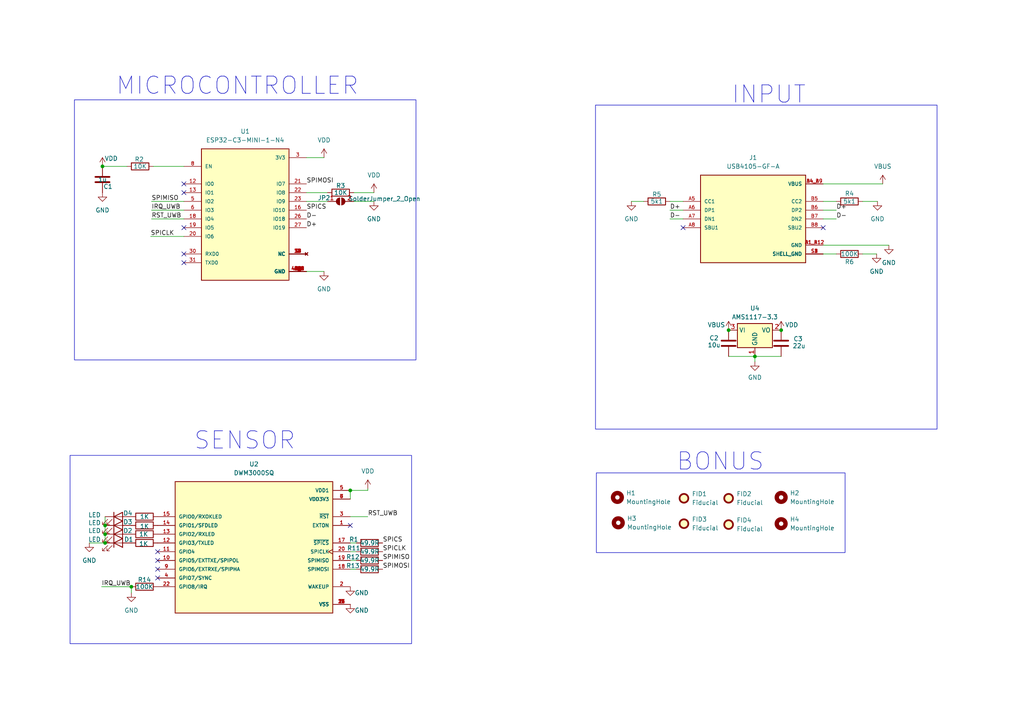
<source format=kicad_sch>
(kicad_sch (version 20230121) (generator eeschema)
  (paper "A4")
  (title_block (title "AirPark") (date "2023-08-27") (rev "1.0") (company "Ben Stirling"))
  (lib_symbols
    (symbol "DWM3000SQ:DWM3000SQ" (pin_names (offset 1.016))
      (property "Reference" "U" (at -22.86 18.542 0))
      (property "Value" "DWM3000SQ" (at -22.86 -22.86 0))
      (symbol "DWM3000SQ_0_0"
        (rectangle (start -22.86 -20.32) (end 22.86 17.78) (stroke (width 0.254)) (fill (type background)))
        (pin output line (at 27.94 5.08 180) (length 5.08) (name "EXTON") (number "1"))
        (pin bidirectional line (at -27.94 -5.08 0) (length 5.08) (name "GPIO5/EXTTXE/SPIPOL") (number "10"))
        (pin bidirectional line (at -27.94 -2.54 0) (length 5.08) (name "GPIO4") (number "11"))
        (pin bidirectional line (at -27.94 0 0) (length 5.08) (name "GPIO3/TXLED") (number "12"))
        (pin bidirectional line (at -27.94 2.54 0) (length 5.08) (name "GPIO2/RXLED") (number "13"))
        (pin bidirectional line (at -27.94 5.08 0) (length 5.08) (name "GPIO1/SFDLED") (number "14"))
        (pin bidirectional line (at -27.94 7.62 0) (length 5.08) (name "GPIO0/RXOKLED") (number "15"))
        (pin power_in line (at 27.94 -17.78 180) (length 5.08) (name "VSS") (number "16"))
        (pin input line (at 27.94 0 180) (length 5.08) (name "~{SPICS}") (number "17"))
        (pin input line (at 27.94 -7.62 180) (length 5.08) (name "SPIMOSI") (number "18"))
        (pin output line (at 27.94 -5.08 180) (length 5.08) (name "SPIMISO") (number "19"))
        (pin bidirectional line (at 27.94 -12.7 180) (length 5.08) (name "WAKEUP") (number "2"))
        (pin input clock (at 27.94 -2.54 180) (length 5.08) (name "SPICLK") (number "20"))
        (pin power_in line (at 27.94 -17.78 180) (length 5.08) (name "VSS") (number "21"))
        (pin bidirectional line (at -27.94 -12.7 0) (length 5.08) (name "GPIO8/IRQ") (number "22"))
        (pin power_in line (at 27.94 -17.78 180) (length 5.08) (name "VSS") (number "23"))
        (pin power_in line (at 27.94 -17.78 180) (length 5.08) (name "VSS") (number "24"))
        (pin output line (at 27.94 7.62 180) (length 5.08) (name "~{RST}") (number "3"))
        (pin bidirectional line (at -27.94 -10.16 0) (length 5.08) (name "GPIO7/SYNC") (number "4"))
        (pin power_in line (at 27.94 15.24 180) (length 5.08) (name "VDD1") (number "5"))
        (pin power_in line (at 27.94 12.7 180) (length 5.08) (name "VDD3V3") (number "6"))
        (pin power_in line (at 27.94 12.7 180) (length 5.08) (name "VDD3V3") (number "7"))
        (pin power_in line (at 27.94 -17.78 180) (length 5.08) (name "VSS") (number "8"))
        (pin bidirectional line (at -27.94 -7.62 0) (length 5.08) (name "GPIO6/EXTRXE/SPIPHA") (number "9"))
      )
    )
    (symbol "Device:C" (pin_numbers hide) (pin_names (offset 0.254))
      (property "Reference" "C" (at 0.635 2.54 0))
      (property "Value" "C" (at 0.635 -2.54 0))
      (symbol "C_0_1"
        (polyline (pts (xy -2.032 -0.762) (xy 2.032 -0.762)) (stroke (width 0.508)))
        (polyline (pts (xy -2.032 0.762) (xy 2.032 0.762)) (stroke (width 0.508)))
      )
      (symbol "C_1_1"
        (pin passive line (at 0 3.81 270) (length 2.794) (name "~") (number "1"))
        (pin passive line (at 0 -3.81 90) (length 2.794) (name "~") (number "2"))
      )
    )
    (symbol "Device:LED" (pin_numbers hide) (pin_names (offset 1.016) hide)
      (property "Reference" "D" (at 0 2.54 0))
      (property "Value" "LED" (at 0 -2.54 0))
      (symbol "LED_0_1"
        (polyline (pts (xy -1.27 -1.27) (xy -1.27 1.27)) (stroke (width 0.254)))
        (polyline (pts (xy -1.27 0) (xy 1.27 0)))
        (polyline (pts (xy 1.27 -1.27) (xy 1.27 1.27) (xy -1.27 0) (xy 1.27 -1.27)) (stroke (width 0.254)))
        (polyline (pts (xy -3.048 -0.762) (xy -4.572 -2.286) (xy -3.81 -2.286) (xy -4.572 -2.286) (xy -4.572 -1.524)))
        (polyline (pts (xy -1.778 -0.762) (xy -3.302 -2.286) (xy -2.54 -2.286) (xy -3.302 -2.286) (xy -3.302 -1.524)))
      )
      (symbol "LED_1_1"
        (pin passive line (at -3.81 0 0) (length 2.54) (name "K") (number "1"))
        (pin passive line (at 3.81 0 180) (length 2.54) (name "A") (number "2"))
      )
    )
    (symbol "Device:R" (pin_numbers hide) (pin_names (offset 0))
      (property "Reference" "R" (at 2.032 0 90))
      (property "Value" "R" (at 0 0 90))
      (symbol "R_0_1"
        (rectangle (start -1.016 -2.54) (end 1.016 2.54) (stroke (width 0.254)))
      )
      (symbol "R_1_1"
        (pin passive line (at 0 3.81 270) (length 1.27) (name "~") (number "1"))
        (pin passive line (at 0 -3.81 90) (length 1.27) (name "~") (number "2"))
      )
    )
    (symbol "ESP32-C3-MINI-1-N4:ESP32-C3-MINI-1-N4" (pin_names (offset 1.016))
      (property "Reference" "U" (at -12.7 18.796 0))
      (property "Value" "ESP32-C3-MINI-1-N4" (at -12.7 -22.86 0))
      (symbol "ESP32-C3-MINI-1-N4_0_0"
        (rectangle (start -12.7 -20.32) (end 12.7 17.78) (stroke (width 0.254)) (fill (type background)))
        (pin power_in line (at 17.78 -17.78 180) (length 5.08) (name "GND") (number "1"))
        (pin no_connect line (at 17.78 -12.7 180) (length 5.08) (name "NC") (number "10"))
        (pin power_in line (at 17.78 -17.78 180) (length 5.08) (name "GND") (number "11"))
        (pin bidirectional line (at -17.78 7.62 0) (length 5.08) (name "IO0") (number "12"))
        (pin bidirectional line (at -17.78 5.08 0) (length 5.08) (name "IO1") (number "13"))
        (pin power_in line (at 17.78 -17.78 180) (length 5.08) (name "GND") (number "14"))
        (pin no_connect line (at 17.78 -12.7 180) (length 5.08) (name "NC") (number "15"))
        (pin bidirectional line (at 17.78 0 180) (length 5.08) (name "IO10") (number "16"))
        (pin no_connect line (at 17.78 -12.7 180) (length 5.08) (name "NC") (number "17"))
        (pin bidirectional line (at -17.78 -2.54 0) (length 5.08) (name "IO4") (number "18"))
        (pin bidirectional line (at -17.78 -5.08 0) (length 5.08) (name "IO5") (number "19"))
        (pin power_in line (at 17.78 -17.78 180) (length 5.08) (name "GND") (number "2"))
        (pin bidirectional line (at -17.78 -7.62 0) (length 5.08) (name "IO6") (number "20"))
        (pin bidirectional line (at 17.78 7.62 180) (length 5.08) (name "IO7") (number "21"))
        (pin bidirectional line (at 17.78 5.08 180) (length 5.08) (name "IO8") (number "22"))
        (pin bidirectional line (at 17.78 2.54 180) (length 5.08) (name "IO9") (number "23"))
        (pin no_connect line (at 17.78 -12.7 180) (length 5.08) (name "NC") (number "24"))
        (pin no_connect line (at 17.78 -12.7 180) (length 5.08) (name "NC") (number "25"))
        (pin bidirectional line (at 17.78 -2.54 180) (length 5.08) (name "IO18") (number "26"))
        (pin bidirectional line (at 17.78 -5.08 180) (length 5.08) (name "IO19") (number "27"))
        (pin no_connect line (at 17.78 -12.7 180) (length 5.08) (name "NC") (number "28"))
        (pin no_connect line (at 17.78 -12.7 180) (length 5.08) (name "NC") (number "29"))
        (pin power_in line (at 17.78 15.24 180) (length 5.08) (name "3V3") (number "3"))
        (pin bidirectional line (at -17.78 -12.7 0) (length 5.08) (name "RXD0") (number "30"))
        (pin bidirectional line (at -17.78 -15.24 0) (length 5.08) (name "TXD0") (number "31"))
        (pin no_connect line (at 17.78 -12.7 180) (length 5.08) (name "NC") (number "32"))
        (pin no_connect line (at 17.78 -12.7 180) (length 5.08) (name "NC") (number "33"))
        (pin no_connect line (at 17.78 -12.7 180) (length 5.08) (name "NC") (number "34"))
        (pin no_connect line (at 17.78 -12.7 180) (length 5.08) (name "NC") (number "35"))
        (pin power_in line (at 17.78 -17.78 180) (length 5.08) (name "GND") (number "36"))
        (pin power_in line (at 17.78 -17.78 180) (length 5.08) (name "GND") (number "37"))
        (pin power_in line (at 17.78 -17.78 180) (length 5.08) (name "GND") (number "38"))
        (pin power_in line (at 17.78 -17.78 180) (length 5.08) (name "GND") (number "39"))
        (pin no_connect line (at 17.78 -12.7 180) (length 5.08) (name "NC") (number "4"))
        (pin power_in line (at 17.78 -17.78 180) (length 5.08) (name "GND") (number "40"))
        (pin power_in line (at 17.78 -17.78 180) (length 5.08) (name "GND") (number "41"))
        (pin power_in line (at 17.78 -17.78 180) (length 5.08) (name "GND") (number "42"))
        (pin power_in line (at 17.78 -17.78 180) (length 5.08) (name "GND") (number "43"))
        (pin power_in line (at 17.78 -17.78 180) (length 5.08) (name "GND") (number "44"))
        (pin power_in line (at 17.78 -17.78 180) (length 5.08) (name "GND") (number "45"))
        (pin power_in line (at 17.78 -17.78 180) (length 5.08) (name "GND") (number "46"))
        (pin power_in line (at 17.78 -17.78 180) (length 5.08) (name "GND") (number "47"))
        (pin power_in line (at 17.78 -17.78 180) (length 5.08) (name "GND") (number "48"))
        (pin power_in line (at 17.78 -17.78 180) (length 5.08) (name "GND") (number "49_1"))
        (pin power_in line (at 17.78 -17.78 180) (length 5.08) (name "GND") (number "49_2"))
        (pin power_in line (at 17.78 -17.78 180) (length 5.08) (name "GND") (number "49_3"))
        (pin power_in line (at 17.78 -17.78 180) (length 5.08) (name "GND") (number "49_4"))
        (pin power_in line (at 17.78 -17.78 180) (length 5.08) (name "GND") (number "49_5"))
        (pin power_in line (at 17.78 -17.78 180) (length 5.08) (name "GND") (number "49_6"))
        (pin power_in line (at 17.78 -17.78 180) (length 5.08) (name "GND") (number "49_7"))
        (pin power_in line (at 17.78 -17.78 180) (length 5.08) (name "GND") (number "49_8"))
        (pin power_in line (at 17.78 -17.78 180) (length 5.08) (name "GND") (number "49_9"))
        (pin bidirectional line (at -17.78 2.54 0) (length 5.08) (name "IO2") (number "5"))
        (pin power_in line (at 17.78 -17.78 180) (length 5.08) (name "GND") (number "50"))
        (pin power_in line (at 17.78 -17.78 180) (length 5.08) (name "GND") (number "51"))
        (pin power_in line (at 17.78 -17.78 180) (length 5.08) (name "GND") (number "52"))
        (pin power_in line (at 17.78 -17.78 180) (length 5.08) (name "GND") (number "53"))
        (pin bidirectional line (at -17.78 0 0) (length 5.08) (name "IO3") (number "6"))
        (pin no_connect line (at 17.78 -12.7 180) (length 5.08) (name "NC") (number "7"))
        (pin input line (at -17.78 12.7 0) (length 5.08) (name "EN") (number "8"))
        (pin no_connect line (at 17.78 -12.7 180) (length 5.08) (name "NC") (number "9"))
      )
    )
    (symbol "Jumper:SolderJumper_2_Open" (pin_names (offset 0) hide)
      (property "Reference" "JP" (at 0 2.032 0))
      (property "Value" "SolderJumper_2_Open" (at 0 -2.54 0))
      (symbol "SolderJumper_2_Open_0_1"
        (arc (start -0.254 1.016) (mid -1.2656 0) (end -0.254 -1.016))
        (arc (start -0.254 1.016) (mid -1.2656 0) (end -0.254 -1.016) (fill (type outline)))
        (polyline (pts (xy -0.254 1.016) (xy -0.254 -1.016)))
        (polyline (pts (xy 0.254 1.016) (xy 0.254 -1.016)))
        (arc (start 0.254 -1.016) (mid 1.2656 0) (end 0.254 1.016))
        (arc (start 0.254 -1.016) (mid 1.2656 0) (end 0.254 1.016) (fill (type outline)))
      )
      (symbol "SolderJumper_2_Open_1_1"
        (pin passive line (at -3.81 0 0) (length 2.54) (name "A") (number "1"))
        (pin passive line (at 3.81 0 180) (length 2.54) (name "B") (number "2"))
      )
    )
    (symbol "Mechanical:Fiducial"
      (property "Reference" "FID" (at 0 5.08 0))
      (property "Value" "Fiducial" (at 0 3.175 0))
      (symbol "Fiducial_0_1"
        (circle (center 0 0) (radius 1.27) (stroke (width 0.508)) (fill (type background)))
      )
    )
    (symbol "Mechanical:MountingHole" (pin_names (offset 1.016))
      (property "Reference" "H" (at 0 5.08 0))
      (property "Value" "MountingHole" (at 0 3.175 0))
      (symbol "MountingHole_0_1"
        (circle (center 0 0) (radius 1.27) (stroke (width 1.27)))
      )
    )
    (symbol "Regulator_Linear:AMS1117-3.3"
      (property "Reference" "U" (at -3.81 3.175 0))
      (property "Value" "AMS1117-3.3" (at 0 3.175 0))
      (symbol "AMS1117-3.3_0_1"
        (rectangle (start -5.08 -5.08) (end 5.08 1.905) (stroke (width 0.254)) (fill (type background)))
      )
      (symbol "AMS1117-3.3_1_1"
        (pin power_in line (at 0 -7.62 90) (length 2.54) (name "GND") (number "1"))
        (pin power_out line (at 7.62 0 180) (length 2.54) (name "VO") (number "2"))
        (pin power_in line (at -7.62 0 0) (length 2.54) (name "VI") (number "3"))
      )
    )
    (symbol "USB4105-GF-A:USB4105-GF-A" (pin_names (offset 1.016))
      (property "Reference" "J" (at -15.24 13.97 0))
      (property "Value" "USB4105-GF-A" (at -15.24 -15.24 0))
      (symbol "USB4105-GF-A_0_0"
        (rectangle (start -15.24 -12.7) (end 15.24 12.7) (stroke (width 0.254)) (fill (type background)))
        (pin power_in line (at 20.32 -7.62 180) (length 5.08) (name "GND") (number "A1_B12"))
        (pin power_in line (at 20.32 10.16 180) (length 5.08) (name "VBUS") (number "A4_B9"))
        (pin bidirectional line (at -20.32 5.08 0) (length 5.08) (name "CC1") (number "A5"))
        (pin bidirectional line (at -20.32 2.54 0) (length 5.08) (name "DP1") (number "A6"))
        (pin bidirectional line (at -20.32 0 0) (length 5.08) (name "DN1") (number "A7"))
        (pin bidirectional line (at -20.32 -2.54 0) (length 5.08) (name "SBU1") (number "A8"))
        (pin power_in line (at 20.32 -7.62 180) (length 5.08) (name "GND") (number "B1_A12"))
        (pin power_in line (at 20.32 10.16 180) (length 5.08) (name "VBUS") (number "B4_A9"))
        (pin bidirectional line (at 20.32 5.08 180) (length 5.08) (name "CC2") (number "B5"))
        (pin bidirectional line (at 20.32 2.54 180) (length 5.08) (name "DP2") (number "B6"))
        (pin bidirectional line (at 20.32 0 180) (length 5.08) (name "DN2") (number "B7"))
        (pin bidirectional line (at 20.32 -2.54 180) (length 5.08) (name "SBU2") (number "B8"))
        (pin power_in line (at 20.32 -10.16 180) (length 5.08) (name "SHELL_GND") (number "S1"))
        (pin power_in line (at 20.32 -10.16 180) (length 5.08) (name "SHELL_GND") (number "S2"))
        (pin power_in line (at 20.32 -10.16 180) (length 5.08) (name "SHELL_GND") (number "S3"))
        (pin power_in line (at 20.32 -10.16 180) (length 5.08) (name "SHELL_GND") (number "S4"))
      )
    )
    (symbol "power:GND" (power) (pin_names (offset 0))
      (property "Value" "GND" (at 0 -3.81 0))
      (symbol "GND_0_1"
        (polyline (pts (xy 0 0) (xy 0 -1.27) (xy 1.27 -1.27) (xy 0 -2.54) (xy -1.27 -1.27) (xy 0 -1.27)))
      )
      (symbol "GND_1_1"
        (pin power_in line (at 0 0 270) (length 0) hide (name "GND") (number "1"))
      )
    )
    (symbol "power:VBUS" (power) (pin_names (offset 0))
      (property "Value" "VBUS" (at 0 3.81 0))
      (symbol "VBUS_0_1"
        (polyline (pts (xy -0.762 1.27) (xy 0 2.54)))
        (polyline (pts (xy 0 0) (xy 0 2.54)))
        (polyline (pts (xy 0 2.54) (xy 0.762 1.27)))
      )
      (symbol "VBUS_1_1"
        (pin power_in line (at 0 0 90) (length 0) hide (name "VBUS") (number "1"))
      )
    )
    (symbol "power:VDD" (power) (pin_names (offset 0))
      (property "Value" "VDD" (at 0 3.81 0))
      (symbol "VDD_0_1"
        (polyline (pts (xy -0.762 1.27) (xy 0 2.54)))
        (polyline (pts (xy 0 0) (xy 0 2.54)))
        (polyline (pts (xy 0 2.54) (xy 0.762 1.27)))
      )
      (symbol "VDD_1_1"
        (pin power_in line (at 0 0 90) (length 0) hide (name "VDD") (number "1"))
      )
    )
  )
  (junction (at 29.718 48.26))
  (junction (at 226.568 95.758))
  (junction (at 211.328 95.758))
  (junction (at 30.48 154.94))
  (junction (at 38.1 170.18))
  (junction (at 101.6 142.24))
  (junction (at 218.948 103.378))
  (junction (at 30.48 157.48))
  (junction (at 30.48 152.4))
  (no_connect (at 45.72 167.64))
  (no_connect (at 53.34 55.88))
  (no_connect (at 53.34 76.2))
  (no_connect (at 198.12 66.04))
  (no_connect (at 238.76 66.04))
  (no_connect (at 53.34 53.34))
  (no_connect (at 53.34 73.66))
  (no_connect (at 45.72 160.02))
  (no_connect (at 45.72 162.56))
  (no_connect (at 45.72 165.1))
  (no_connect (at 101.6 152.4))
  (no_connect (at 53.34 66.04))
  (wire (pts (xy 103.378 157.48) (xy 101.6 157.48)))
  (wire (pts (xy 101.6 142.24) (xy 101.6 144.78)))
  (wire (pts (xy 194.31 63.5) (xy 198.12 63.5)))
  (wire (pts (xy 29.464 170.18) (xy 38.1 170.18)))
  (wire (pts (xy 108.458 55.88) (xy 102.616 55.88)))
  (wire (pts (xy 254.254 73.66) (xy 250.19 73.66)))
  (wire (pts (xy 106.68 149.86) (xy 101.6 149.86)))
  (wire (pts (xy 211.328 103.378) (xy 218.948 103.378)))
  (wire (pts (xy 103.378 162.56) (xy 101.6 162.56)))
  (wire (pts (xy 257.81 71.12) (xy 238.76 71.12)))
  (wire (pts (xy 25.908 157.48) (xy 30.48 157.48)))
  (wire (pts (xy 93.98 45.72) (xy 88.9 45.72)))
  (wire (pts (xy 194.31 58.42) (xy 198.12 58.42)))
  (wire (pts (xy 38.1 171.958) (xy 38.1 170.18)))
  (wire (pts (xy 103.378 160.02) (xy 101.6 160.02)))
  (wire (pts (xy 44.45 48.26) (xy 53.34 48.26)))
  (wire (pts (xy 30.48 149.86) (xy 30.48 152.4)))
  (wire (pts (xy 43.942 60.96) (xy 53.34 60.96)))
  (wire (pts (xy 218.948 103.378) (xy 226.568 103.378)))
  (wire (pts (xy 43.942 58.42) (xy 53.34 58.42)))
  (wire (pts (xy 43.688 68.58) (xy 53.34 68.58)))
  (wire (pts (xy 194.31 60.96) (xy 198.12 60.96)))
  (wire (pts (xy 242.57 73.66) (xy 238.76 73.66)))
  (wire (pts (xy 94.996 55.88) (xy 88.9 55.88)))
  (wire (pts (xy 93.98 78.74) (xy 88.9 78.74)))
  (wire (pts (xy 183.134 58.42) (xy 186.69 58.42)))
  (wire (pts (xy 30.48 154.94) (xy 30.48 157.48)))
  (wire (pts (xy 94.996 58.42) (xy 88.9 58.42)))
  (wire (pts (xy 242.57 63.5) (xy 238.76 63.5)))
  (wire (pts (xy 30.48 152.4) (xy 30.48 154.94)))
  (wire (pts (xy 218.948 104.902) (xy 218.948 103.378)))
  (wire (pts (xy 256.032 53.34) (xy 238.76 53.34)))
  (wire (pts (xy 43.942 63.5) (xy 53.34 63.5)))
  (wire (pts (xy 29.718 48.26) (xy 36.83 48.26)))
  (wire (pts (xy 242.57 58.42) (xy 238.76 58.42)))
  (wire (pts (xy 106.68 142.24) (xy 101.6 142.24)))
  (wire (pts (xy 254.508 58.42) (xy 250.19 58.42)))
  (wire (pts (xy 103.378 165.1) (xy 101.6 165.1)))
  (wire (pts (xy 108.458 58.42) (xy 102.616 58.42)))
  (wire (pts (xy 106.68 141.732) (xy 106.68 142.24)))
  (wire (pts (xy 242.57 60.96) (xy 238.76 60.96)))
  (rectangle (start 20.32 132.08) (end 119.38 186.69))
  (rectangle (start 21.59 28.956) (end 120.65 104.394))
  (rectangle (start 172.72 30.48) (end 271.78 124.46))
  (rectangle (start 172.974 137.16) (end 245.11 160.274))
  (text "BONUS" (at 196.088 136.906 0) (effects (font (size 5 5)) (justify left bottom)))
  (text "MICROCONTROLLER\n" (at 33.528 27.94 0) (effects (font (size 5 5)) (justify left bottom)))
  (text "INPUT" (at 212.09 30.48 0) (effects (font (size 5 5)) (justify left bottom)))
  (text "SENSOR" (at 56.134 130.81 0) (effects (font (size 5 5)) (justify left bottom)))
  (label "SPICLK" (at 110.998 160.02 0))
  (label "SPIMOSI" (at 110.998 165.1 0))
  (label "RST_UWB" (at 43.942 63.5 0))
  (label "SPIMOSI" (at 88.9 53.34 0))
  (label "D+" (at 88.9 66.04 0))
  (label "D-" (at 88.9 63.5 0))
  (label "D-" (at 242.57 63.5 0))
  (label "SPIMISO" (at 110.998 162.56 0))
  (label "SPICLK" (at 43.688 68.58 0))
  (label "IRQ_UWB" (at 43.942 60.96 0))
  (label "D+" (at 194.31 60.96 0))
  (label "D+" (at 242.57 60.96 0))
  (label "IRQ_UWB" (at 29.464 170.18 0))
  (label "SPICS" (at 110.998 157.48 0))
  (label "SPIMISO" (at 43.942 58.42 0))
  (label "D-" (at 194.31 63.5 0))
  (label "RST_UWB" (at 106.68 149.86 0))
  (label "SPICS" (at 88.9 60.96 0))
  (symbol (lib_id "Device:R") (at 41.91 157.48 90) (unit 1)
    (property "Reference" "R10" (effects hide))
    (property "Value" "1K" (at 41.656 157.734 90))
    (property "Footprint" "Resistor_SMD:R_0603_1608Metric" (effects hide))
    (property "Order" "https://www.mouser.com/ProductDetail/YAGEO/AF0603FR-071KL?qs=sGAEpiMZZMtlubZbdhIBINhe0vL5TjR/Oi4hZ%252BspsGs%3D" (effects hide))
  )
  (symbol (lib_id "Mechanical:Fiducial") (at 211.328 144.526 0) (unit 1)
    (property "Reference" "FID2" (at 213.614 143.256 0) (effects (justify left)))
    (property "Value" "Fiducial" (at 213.614 145.796 0) (effects (justify left)))
    (property "Footprint" "Fiducial:Fiducial_1mm_Mask2mm" (effects hide))
  )
  (symbol (lib_id "Device:R") (at 41.91 149.86 90) (unit 1)
    (property "Reference" "R9" (effects hide))
    (property "Value" "1K" (at 41.91 149.86 90))
    (property "Footprint" "Resistor_SMD:R_0603_1608Metric" (effects hide))
    (property "Order" "https://www.mouser.com/ProductDetail/YAGEO/AF0603FR-071KL?qs=sGAEpiMZZMtlubZbdhIBINhe0vL5TjR/Oi4hZ%252BspsGs%3D" (effects hide))
  )
  (symbol (lib_id "Device:C") (at 211.328 99.568 0) (unit 1)
    (property "Reference" "C2" (at 205.74 98.044 0) (effects (justify left)))
    (property "Value" "10u" (at 205.232 100.076 0) (effects (justify left)))
    (property "Footprint" "Capacitor_SMD:C_0603_1608Metric" (effects hide))
    (property "Order" "https://www.mouser.com/ProductDetail/Samsung-Electro-Mechanics/CL10A106KQ8NNNC?qs=sGAEpiMZZMsh%252B1woXyUXj7iNKXiFkBmwzPOCqj6wuiI%3D" (effects hide))
  )
  (symbol (lib_id "power:GND") (at 25.908 157.48 0) (unit 1)
    (property "Reference" "#PWR015" (effects hide))
    (property "Value" "GND" (at 25.908 162.56 0))
  )
  (symbol (lib_id "power:VDD") (at 108.458 55.88 0) (unit 1)
    (property "Reference" "#PWR012" (effects hide))
    (property "Value" "VDD" (at 108.458 50.8 0))
  )
  (symbol (lib_id "power:GND") (at 254.254 73.66 0) (unit 1)
    (property "Reference" "#PWR07" (effects hide))
    (property "Value" "GND" (at 254.254 78.74 0))
  )
  (symbol (lib_id "Device:R") (at 98.806 55.88 90) (unit 1)
    (property "Reference" "R3" (at 98.806 53.848 90))
    (property "Value" "10K" (at 98.806 55.88 90))
    (property "Footprint" "Resistor_SMD:R_0603_1608Metric" (effects hide))
    (property "Order" "https://www.mouser.com/ProductDetail/Vishay-Draloric/RCG060310K0FKEA?qs=sGAEpiMZZMtlubZbdhIBIPoOSO0NDdD6RvIYSk3iK2c%3D" (effects hide))
  )
  (symbol (lib_id "power:GND") (at 257.81 71.12 0) (unit 1)
    (property "Reference" "#PWR06" (effects hide))
    (property "Value" "GND" (at 257.81 76.2 0))
  )
  (symbol (lib_id "power:GND") (at 29.718 55.88 0) (unit 1)
    (property "Reference" "#PWR02" (effects hide))
    (property "Value" "GND" (at 29.718 60.96 0))
  )
  (symbol (lib_id "Device:R") (at 246.38 58.42 90) (unit 1)
    (property "Reference" "R4" (at 246.38 56.134 90))
    (property "Value" "5k1" (at 246.38 58.42 90))
    (property "Footprint" "Resistor_SMD:R_0603_1608Metric" (effects hide))
    (property "Order" "https://www.mouser.com/ProductDetail/YAGEO/RT0603FRE075K1L?qs=sGAEpiMZZMtlubZbdhIBIE441mth93wmG05GrywUl7M%3D" (effects hide))
  )
  (symbol (lib_id "Device:LED") (at 34.29 149.86 0) (unit 1)
    (property "Reference" "D4" (at 37.084 148.844 0))
    (property "Value" "LED" (at 27.432 149.352 0))
    (property "Footprint" "LED_SMD:LED_0603_1608Metric" (effects hide))
    (property "Order" "https://www.mouser.com/ProductDetail/Wurth-Elektronik/150060VS75000?qs=LlUlMxKIyB1Q1Bi5mQ/KLw%3D%3D" (effects hide))
  )
  (symbol (lib_id "Device:R") (at 246.38 73.66 90) (unit 1)
    (property "Reference" "R6" (at 246.38 75.946 90))
    (property "Value" "100K" (at 246.38 73.66 90))
    (property "Footprint" "Resistor_SMD:R_0603_1608Metric" (effects hide))
    (property "Order" "https://www.mouser.com/ProductDetail/Vishay-Draloric/RCA0603100KFKEA?qs=sGAEpiMZZMtlubZbdhIBICnSgJlVP8zC6gSEyrhAFFI%3D" (effects hide))
  )
  (symbol (lib_id "power:GND") (at 254.508 58.42 0) (unit 1)
    (property "Reference" "#PWR04" (effects hide))
    (property "Value" "GND" (at 254.508 63.5 0))
  )
  (symbol (lib_id "power:VBUS") (at 211.328 95.758 0) (unit 1)
    (property "Reference" "#PWR018" (effects hide))
    (property "Value" "VBUS" (at 207.772 94.234 0))
  )
  (symbol (lib_id "power:GND") (at 38.1 171.958 0) (unit 1)
    (property "Reference" "#PWR03" (effects hide))
    (property "Value" "GND" (at 38.1 177.038 0))
  )
  (symbol (lib_id "Mechanical:MountingHole") (at 226.568 151.892 0) (unit 1)
    (property "Reference" "H4" (at 229.108 150.622 0) (effects (justify left)))
    (property "Value" "MountingHole" (at 229.108 153.162 0) (effects (justify left)))
    (property "Footprint" "MountingHole:MountingHole_3.2mm_M3_DIN965_Pad" (effects hide))
  )
  (symbol (lib_id "Device:R") (at 107.188 160.02 90) (unit 1)
    (property "Reference" "R11" (at 102.616 159.004 90))
    (property "Value" "49.9R" (at 107.188 160.02 90))
    (property "Footprint" "Resistor_SMD:R_0603_1608Metric" (effects hide))
    (property "Order" "https://www.mouser.com/ProductDetail/YAGEO/AF0603FR-0749R9L?qs=sGAEpiMZZMtG0KNrPCHnjZOXRZygj3Ik%252B73uPGr4EysjL97IjCXgEA%3D%3D" (effects hide))
  )
  (symbol (lib_id "Device:R") (at 41.91 152.4 90) (unit 1)
    (property "Reference" "R8" (effects hide))
    (property "Value" "1K" (at 41.91 152.654 90))
    (property "Footprint" "Resistor_SMD:R_0603_1608Metric" (effects hide))
    (property "Order" "https://www.mouser.com/ProductDetail/YAGEO/AF0603FR-071KL?qs=sGAEpiMZZMtlubZbdhIBINhe0vL5TjR/Oi4hZ%252BspsGs%3D" (effects hide))
  )
  (symbol (lib_id "Mechanical:MountingHole") (at 179.07 144.272 0) (unit 1)
    (property "Reference" "H1" (at 181.61 143.002 0) (effects (justify left)))
    (property "Value" "MountingHole" (at 181.61 145.542 0) (effects (justify left)))
    (property "Footprint" "MountingHole:MountingHole_3.2mm_M3_DIN965_Pad" (effects hide))
  )
  (symbol (lib_id "Device:R") (at 190.5 58.42 90) (unit 1)
    (property "Reference" "R5" (at 190.5 56.388 90))
    (property "Value" "5k1" (at 190.5 58.42 90))
    (property "Footprint" "Resistor_SMD:R_0603_1608Metric" (effects hide))
    (property "Order" "https://www.mouser.com/ProductDetail/YAGEO/RT0603FRE075K1L?qs=sGAEpiMZZMtlubZbdhIBIE441mth93wmG05GrywUl7M%3D" (effects hide))
  )
  (symbol (lib_id "power:VBUS") (at 256.032 53.34 0) (unit 1)
    (property "Reference" "#PWR08" (effects hide))
    (property "Value" "VBUS" (at 256.032 48.26 0))
  )
  (symbol (lib_id "Device:R") (at 107.188 165.1 90) (unit 1)
    (property "Reference" "R13" (at 102.362 164.084 90))
    (property "Value" "49.9R" (at 107.188 165.1 90))
    (property "Footprint" "Resistor_SMD:R_0603_1608Metric" (effects hide))
    (property "Order" "https://www.mouser.com/ProductDetail/YAGEO/AF0603FR-0749R9L?qs=sGAEpiMZZMtG0KNrPCHnjZOXRZygj3Ik%252B73uPGr4EysjL97IjCXgEA%3D%3D" (effects hide))
  )
  (symbol (lib_id "Mechanical:Fiducial") (at 198.374 151.892 0) (unit 1)
    (property "Reference" "FID3" (at 200.66 150.622 0) (effects (justify left)))
    (property "Value" "Fiducial" (at 200.66 153.162 0) (effects (justify left)))
    (property "Footprint" "Fiducial:Fiducial_1mm_Mask2mm" (effects hide))
  )
  (symbol (lib_id "Device:LED") (at 34.29 154.94 0) (unit 1)
    (property "Reference" "D2" (at 37.084 153.924 0))
    (property "Value" "LED" (at 27.432 153.924 0))
    (property "Footprint" "LED_SMD:LED_0603_1608Metric" (effects hide))
    (property "Order" "https://www.mouser.com/ProductDetail/Wurth-Elektronik/150060VS75000?qs=LlUlMxKIyB1Q1Bi5mQ/KLw%3D%3D" (effects hide))
  )
  (symbol (lib_id "power:GND") (at 183.134 58.42 0) (unit 1)
    (property "Reference" "#PWR05" (effects hide))
    (property "Value" "GND" (at 183.134 63.5 0))
  )
  (symbol (lib_id "power:VDD") (at 106.68 141.732 0) (unit 1)
    (property "Reference" "#PWR014" (effects hide))
    (property "Value" "VDD" (at 106.68 136.652 0))
  )
  (symbol (lib_id "Device:R") (at 41.91 154.94 90) (unit 1)
    (property "Reference" "R7" (effects hide))
    (property "Value" "1K" (at 41.656 154.94 90))
    (property "Footprint" "Resistor_SMD:R_0603_1608Metric" (effects hide))
    (property "Order" "https://www.mouser.com/ProductDetail/YAGEO/AF0603FR-071KL?qs=sGAEpiMZZMtlubZbdhIBINhe0vL5TjR/Oi4hZ%252BspsGs%3D" (effects hide))
  )
  (symbol (lib_id "Device:R") (at 107.188 162.56 90) (unit 1)
    (property "Reference" "R12" (at 102.362 161.544 90))
    (property "Value" "49.9R" (at 107.188 162.56 90))
    (property "Footprint" "Resistor_SMD:R_0603_1608Metric" (effects hide))
    (property "Order" "https://www.mouser.com/ProductDetail/YAGEO/AF0603FR-0749R9L?qs=sGAEpiMZZMtG0KNrPCHnjZOXRZygj3Ik%252B73uPGr4EysjL97IjCXgEA%3D%3D" (effects hide))
  )
  (symbol (lib_id "USB4105-GF-A:USB4105-GF-A") (at 218.44 63.5 0) (unit 1)
    (property "Reference" "J1" (at 218.44 45.72 0))
    (property "Value" "USB4105-GF-A" (at 218.44 48.26 0))
    (property "Footprint" "GCT_USB4105-GF-A" (effects hide))
    (property "MF" "GCT" (effects hide))
    (property "MAXIMUM_PACKAGE_HEIGHT" "3.31 mm" (effects hide))
    (property "Package" "None" (effects hide))
    (property "Price" "None" (effects hide))
    (property "Check_prices" "https://www.snapeda.com/parts/USB4105-GF-A/Global+Connector+Technology/view-part/?ref=eda" (effects hide))
    (property "STANDARD" "Manufacturer Recommendations" (effects hide))
    (property "PARTREV" "A3" (effects hide))
    (property "SnapEDA_Link" "https://www.snapeda.com/parts/USB4105-GF-A/Global+Connector+Technology/view-part/?ref=snap" (effects hide))
    (property "MP" "USB4105-GF-A" (effects hide))
    (property "Purchase-URL" "https://pricing.snapeda.com/search?q=USB4105-GF-A&ref=eda" (effects hide))
    (property "Description" "\nUSB-C (USB TYPE-C) USB 2.0 Receptacle Connector 24 (16+8 Dummy) Position Surface Mount, Right Angle; Through Hole\n" (effects hide))
    (property "Availability" "In Stock" (effects hide))
    (property "MANUFACTURER" "GCT" (effects hide))
    (property "Order" "https://www.mouser.com/ProductDetail/GCT/USB4105-GF-A?qs=KUoIvG/9IlY/MLlBMpStpA%3D%3D" (effects hide))
  )
  (symbol (lib_id "ESP32-C3-MINI-1-N4:ESP32-C3-MINI-1-N4") (at 71.12 60.96 0) (unit 1)
    (property "Reference" "U1" (at 71.12 38.1 0))
    (property "Value" "ESP32-C3-MINI-1-N4" (at 71.12 40.64 0))
    (property "Footprint" "XCVR_ESP32-C3-MINI-1-N4" (effects hide))
    (property "Datasheet" "https://www.espressif.com/sites/default/files/documentation/esp32-c3-mini-1_datasheet_en.pdf" (effects hide))
    (property "MF" "Espressif Systems" (effects hide))
    (property "MAXIMUM_PACKAGE_HEIGHT" "2.55mm" (effects hide))
    (property "Package" "SMD-53 Espressif Systems" (effects hide))
    (property "Price" "None" (effects hide))
    (property "Check_prices" "https://www.snapeda.com/parts/ESP32-C3-MINI-1-N4/Espressif+Systems/view-part/?ref=eda" (effects hide))
    (property "STANDARD" "Manufacturer Recommendations" (effects hide))
    (property "PARTREV" "v1.0" (effects hide))
    (property "SnapEDA_Link" "https://www.snapeda.com/parts/ESP32-C3-MINI-1-N4/Espressif+Systems/view-part/?ref=snap" (effects hide))
    (property "MP" "ESP32-C3-MINI-1-N4" (effects hide))
    (property "Purchase-URL" "https://pricing.snapeda.com/search?q=ESP32-C3-MINI-1-N4&ref=eda" (effects hide))
    (property "Description" "\nBluetooth, WiFi 802.11b/g/n, Bluetooth v5.0 Transceiver Module 2.412GHz ~ 2.484GHz PCB Trace Surface Mount\n" (effects hide))
    (property "Availability" "In Stock" (effects hide))
    (property "MANUFACTURER" "Espressif Systems" (effects hide))
    (property "Order" "https://www.mouser.com/ProductDetail/Espressif-Systems/ESP32-C3-MINI-1-N4?qs=sGAEpiMZZMu3sxpa5v1qrhrB%252BBlYHY1OkYOS7ceUJhQ%3D" (effects hide))
  )
  (symbol (lib_id "Device:C") (at 226.568 99.568 0) (unit 1)
    (property "Reference" "C3" (at 230.124 98.298 0) (effects (justify left)))
    (property "Value" "22u" (at 229.87 100.33 0) (effects (justify left)))
    (property "Footprint" "Capacitor_SMD:C_0603_1608Metric" (effects hide))
    (property "Order" "https://www.mouser.com/ProductDetail/Murata-Electronics/GRM188R60G226MEA0J?qs=oR3PEIV06LdxIErOk5jWZQ%3D%3D" (effects hide))
  )
  (symbol (lib_id "Device:LED") (at 34.29 157.48 0) (unit 1)
    (property "Reference" "D1" (at 37.338 156.464 0))
    (property "Value" "LED" (at 27.432 156.464 0))
    (property "Footprint" "LED_SMD:LED_0603_1608Metric" (effects hide))
    (property "Order" "https://www.mouser.com/ProductDetail/Wurth-Elektronik/150060VS75000?qs=LlUlMxKIyB1Q1Bi5mQ/KLw%3D%3D" (effects hide))
  )
  (symbol (lib_id "power:GND") (at 93.98 78.74 0) (unit 1)
    (property "Reference" "#PWR01" (effects hide))
    (property "Value" "GND" (at 93.98 83.82 0))
  )
  (symbol (lib_id "Device:R") (at 41.91 170.18 90) (unit 1)
    (property "Reference" "R14" (at 41.91 168.148 90))
    (property "Value" "100K" (at 41.91 170.18 90))
    (property "Footprint" "Resistor_SMD:R_0603_1608Metric" (effects hide))
    (property "Order" "https://www.mouser.com/ProductDetail/Vishay-Draloric/RCA0603100KFKEA?qs=sGAEpiMZZMtlubZbdhIBICnSgJlVP8zC6gSEyrhAFFI%3D" (effects hide))
  )
  (symbol (lib_id "Mechanical:MountingHole") (at 179.324 151.638 0) (unit 1)
    (property "Reference" "H3" (at 181.864 150.368 0) (effects (justify left)))
    (property "Value" "MountingHole" (at 181.864 152.908 0) (effects (justify left)))
    (property "Footprint" "MountingHole:MountingHole_3.2mm_M3_DIN965_Pad" (effects hide))
  )
  (symbol (lib_id "power:GND") (at 108.458 58.42 0) (unit 1)
    (property "Reference" "#PWR016" (effects hide))
    (property "Value" "GND" (at 108.458 63.5 0))
  )
  (symbol (lib_id "power:GND") (at 218.948 104.902 0) (unit 1)
    (property "Reference" "#PWR017" (effects hide))
    (property "Value" "GND" (at 218.948 109.474 0))
  )
  (symbol (lib_id "power:GND") (at 101.6 170.18 0) (unit 1)
    (property "Reference" "#PWR010" (effects hide))
    (property "Value" "GND" (at 104.902 171.958 0))
  )
  (symbol (lib_id "power:VDD") (at 29.718 48.26 0) (unit 1)
    (property "Reference" "#PWR09" (effects hide))
    (property "Value" "VDD" (at 32.258 45.974 0))
  )
  (symbol (lib_id "Mechanical:Fiducial") (at 198.374 144.526 0) (unit 1)
    (property "Reference" "FID1" (at 200.66 143.256 0) (effects (justify left)))
    (property "Value" "Fiducial" (at 200.66 145.796 0) (effects (justify left)))
    (property "Footprint" "Fiducial:Fiducial_1mm_Mask2mm" (effects hide))
  )
  (symbol (lib_id "Mechanical:MountingHole") (at 226.568 144.272 0) (unit 1)
    (property "Reference" "H2" (at 229.108 143.002 0) (effects (justify left)))
    (property "Value" "MountingHole" (at 229.108 145.542 0) (effects (justify left)))
    (property "Footprint" "MountingHole:MountingHole_3.2mm_M3_DIN965_Pad" (effects hide))
  )
  (symbol (lib_id "Device:C") (at 29.718 52.07 0) (unit 1)
    (property "Reference" "C1" (at 29.972 54.102 0) (effects (justify left)))
    (property "Value" "1u" (at 28.448 52.07 0) (effects (justify left)))
    (property "Footprint" "Capacitor_SMD:C_0603_1608Metric" (effects hide))
    (property "Order" "https://www.mouser.com/ProductDetail/KEMET/C0603C105K4RACTU?qs=STjISULpmtZNMAZGR4X39Q%3D%3D" (effects hide))
  )
  (symbol (lib_id "Device:LED") (at 34.29 152.4 0) (unit 1)
    (property "Reference" "D3" (at 37.084 151.384 0))
    (property "Value" "LED" (at 27.432 151.638 0))
    (property "Footprint" "LED_SMD:LED_0603_1608Metric" (effects hide))
    (property "Order" "https://www.mouser.com/ProductDetail/Wurth-Elektronik/150060VS75000?qs=LlUlMxKIyB1Q1Bi5mQ/KLw%3D%3D" (effects hide))
  )
  (symbol (lib_id "power:VDD") (at 226.568 95.758 0) (unit 1)
    (property "Reference" "#PWR019" (effects hide))
    (property "Value" "VDD" (at 229.616 94.234 0))
  )
  (symbol (lib_id "power:VDD") (at 93.98 45.72 0) (unit 1)
    (property "Reference" "#PWR011" (effects hide))
    (property "Value" "VDD" (at 93.98 40.64 0))
  )
  (symbol (lib_id "power:GND") (at 101.6 175.26 0) (unit 1)
    (property "Reference" "#PWR013" (effects hide))
    (property "Value" "GND" (at 104.902 177.038 0))
  )
  (symbol (lib_id "Device:R") (at 107.188 157.48 90) (unit 1)
    (property "Reference" "R1" (at 102.616 156.464 90))
    (property "Value" "49.9R" (at 107.188 157.48 90))
    (property "Footprint" "Resistor_SMD:R_0603_1608Metric" (effects hide))
    (property "Order" "https://www.mouser.com/ProductDetail/YAGEO/AF0603FR-0749R9L?qs=sGAEpiMZZMtG0KNrPCHnjZOXRZygj3Ik%252B73uPGr4EysjL97IjCXgEA%3D%3D" (effects hide))
  )
  (symbol (lib_id "Regulator_Linear:AMS1117-3.3") (at 218.948 95.758 0) (unit 1)
    (property "Reference" "U4" (at 218.948 89.408 0))
    (property "Value" "AMS1117-3.3" (at 218.948 91.948 0))
    (property "Footprint" "Package_TO_SOT_SMD:SOT-223-3_TabPin2" (effects hide))
    (property "Datasheet" "http://www.advanced-monolithic.com/pdf/ds1117.pdf" (effects hide))
    (property "Order" "https://www.mouser.com/ProductDetail/Texas-Instruments/LM1117MPX-3.3-NOPB?qs=X1J7HmVL2ZHRbBIxXi4utg%3D%3D" (effects hide))
  )
  (symbol (lib_id "Jumper:SolderJumper_2_Open") (at 98.806 58.42 0) (unit 1)
    (property "Reference" "JP2" (at 93.98 57.404 0))
    (property "Value" "SolderJumper_2_Open" (at 111.506 57.658 0))
    (property "Footprint" "Jumper:SolderJumper-2_P1.3mm_Open_Pad1.0x1.5mm" (effects hide))
  )
  (symbol (lib_id "DWM3000SQ:DWM3000SQ") (at 73.66 157.48 0) (unit 1)
    (property "Reference" "U2" (at 73.66 134.62 0))
    (property "Value" "DWM3000SQ" (at 73.66 137.16 0))
    (property "Footprint" "XCVR_DWM3000SQ" (effects hide))
    (property "MAXIMUM_PACKAGE_HEIGHT" "2.89mm" (effects hide))
    (property "PARTREV" "B" (effects hide))
    (property "MANUFACTURER" "QORVO" (effects hide))
    (property "SNAPEDA_PN" "DWM3000TR13" (effects hide))
    (property "STANDARD" "Manufacturer Recommendations" (effects hide))
    (property "Order" "https://store.qorvo.com/products/detail/dwm3000-qorvo/681949/" (effects hide))
  )
  (symbol (lib_id "Mechanical:Fiducial") (at 211.328 152.146 0) (unit 1)
    (property "Reference" "FID4" (at 213.614 150.876 0) (effects (justify left)))
    (property "Value" "Fiducial" (at 213.614 153.416 0) (effects (justify left)))
    (property "Footprint" "Fiducial:Fiducial_1mm_Mask2mm" (effects hide))
  )
  (symbol (lib_id "Device:R") (at 40.64 48.26 90) (unit 1)
    (property "Reference" "R2" (at 40.386 46.228 90))
    (property "Value" "10K" (at 40.64 48.26 90))
    (property "Footprint" "Resistor_SMD:R_0603_1608Metric" (effects hide))
    (property "Order" "https://www.mouser.com/ProductDetail/Vishay-Draloric/RCG060310K0FKEA?qs=sGAEpiMZZMtlubZbdhIBIPoOSO0NDdD6RvIYSk3iK2c%3D" (effects hide))
  )
)
</source>
